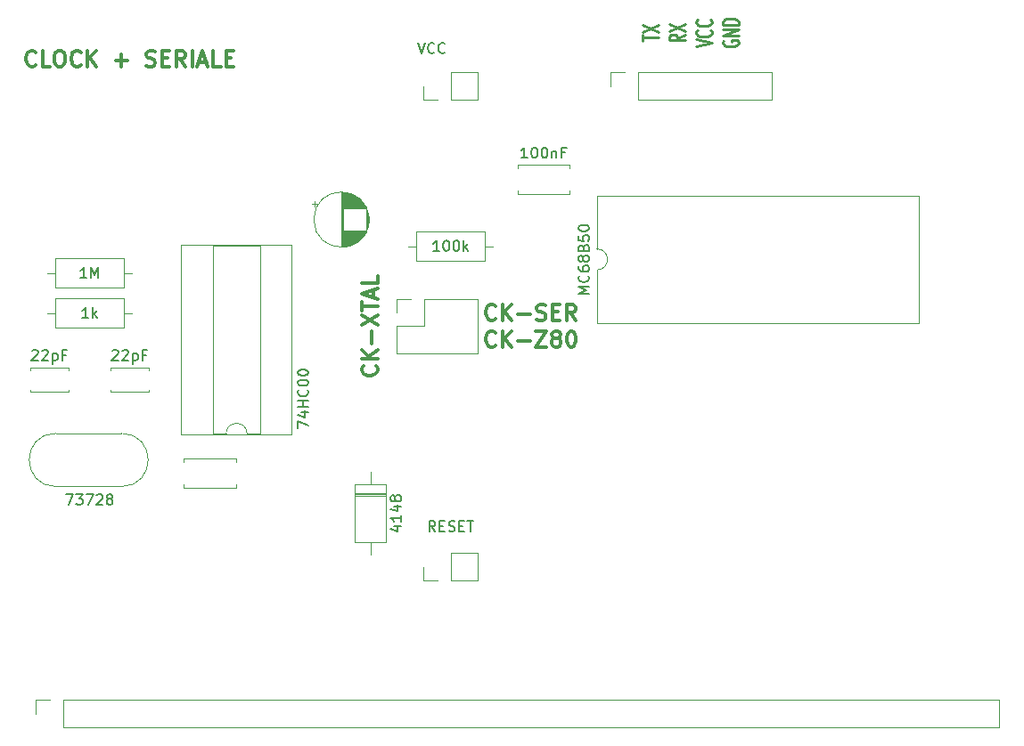
<source format=gbr>
%TF.GenerationSoftware,KiCad,Pcbnew,6.0.11+dfsg-1*%
%TF.CreationDate,2026-01-02T12:46:01+01:00*%
%TF.ProjectId,6750seriale,36373530-7365-4726-9961-6c652e6b6963,rev?*%
%TF.SameCoordinates,Original*%
%TF.FileFunction,Legend,Top*%
%TF.FilePolarity,Positive*%
%FSLAX46Y46*%
G04 Gerber Fmt 4.6, Leading zero omitted, Abs format (unit mm)*
G04 Created by KiCad (PCBNEW 6.0.11+dfsg-1) date 2026-01-02 12:46:01*
%MOMM*%
%LPD*%
G01*
G04 APERTURE LIST*
%ADD10C,0.300000*%
%ADD11C,0.250000*%
%ADD12C,0.150000*%
%ADD13C,0.120000*%
G04 APERTURE END LIST*
D10*
X132532857Y-95785714D02*
X132461428Y-95857142D01*
X132247142Y-95928571D01*
X132104285Y-95928571D01*
X131890000Y-95857142D01*
X131747142Y-95714285D01*
X131675714Y-95571428D01*
X131604285Y-95285714D01*
X131604285Y-95071428D01*
X131675714Y-94785714D01*
X131747142Y-94642857D01*
X131890000Y-94500000D01*
X132104285Y-94428571D01*
X132247142Y-94428571D01*
X132461428Y-94500000D01*
X132532857Y-94571428D01*
X133175714Y-95928571D02*
X133175714Y-94428571D01*
X134032857Y-95928571D02*
X133390000Y-95071428D01*
X134032857Y-94428571D02*
X133175714Y-95285714D01*
X134675714Y-95357142D02*
X135818571Y-95357142D01*
X136390000Y-94428571D02*
X137390000Y-94428571D01*
X136390000Y-95928571D01*
X137390000Y-95928571D01*
X138175714Y-95071428D02*
X138032857Y-95000000D01*
X137961428Y-94928571D01*
X137890000Y-94785714D01*
X137890000Y-94714285D01*
X137961428Y-94571428D01*
X138032857Y-94500000D01*
X138175714Y-94428571D01*
X138461428Y-94428571D01*
X138604285Y-94500000D01*
X138675714Y-94571428D01*
X138747142Y-94714285D01*
X138747142Y-94785714D01*
X138675714Y-94928571D01*
X138604285Y-95000000D01*
X138461428Y-95071428D01*
X138175714Y-95071428D01*
X138032857Y-95142857D01*
X137961428Y-95214285D01*
X137890000Y-95357142D01*
X137890000Y-95642857D01*
X137961428Y-95785714D01*
X138032857Y-95857142D01*
X138175714Y-95928571D01*
X138461428Y-95928571D01*
X138604285Y-95857142D01*
X138675714Y-95785714D01*
X138747142Y-95642857D01*
X138747142Y-95357142D01*
X138675714Y-95214285D01*
X138604285Y-95142857D01*
X138461428Y-95071428D01*
X139675714Y-94428571D02*
X139818571Y-94428571D01*
X139961428Y-94500000D01*
X140032857Y-94571428D01*
X140104285Y-94714285D01*
X140175714Y-95000000D01*
X140175714Y-95357142D01*
X140104285Y-95642857D01*
X140032857Y-95785714D01*
X139961428Y-95857142D01*
X139818571Y-95928571D01*
X139675714Y-95928571D01*
X139532857Y-95857142D01*
X139461428Y-95785714D01*
X139390000Y-95642857D01*
X139318571Y-95357142D01*
X139318571Y-95000000D01*
X139390000Y-94714285D01*
X139461428Y-94571428D01*
X139532857Y-94500000D01*
X139675714Y-94428571D01*
D11*
X151578571Y-67373333D02*
X153078571Y-67040000D01*
X151578571Y-66706666D01*
X152935714Y-65801904D02*
X153007142Y-65849523D01*
X153078571Y-65992380D01*
X153078571Y-66087619D01*
X153007142Y-66230476D01*
X152864285Y-66325714D01*
X152721428Y-66373333D01*
X152435714Y-66420952D01*
X152221428Y-66420952D01*
X151935714Y-66373333D01*
X151792857Y-66325714D01*
X151650000Y-66230476D01*
X151578571Y-66087619D01*
X151578571Y-65992380D01*
X151650000Y-65849523D01*
X151721428Y-65801904D01*
X152935714Y-64801904D02*
X153007142Y-64849523D01*
X153078571Y-64992380D01*
X153078571Y-65087619D01*
X153007142Y-65230476D01*
X152864285Y-65325714D01*
X152721428Y-65373333D01*
X152435714Y-65420952D01*
X152221428Y-65420952D01*
X151935714Y-65373333D01*
X151792857Y-65325714D01*
X151650000Y-65230476D01*
X151578571Y-65087619D01*
X151578571Y-64992380D01*
X151650000Y-64849523D01*
X151721428Y-64801904D01*
D10*
X132532857Y-93245714D02*
X132461428Y-93317142D01*
X132247142Y-93388571D01*
X132104285Y-93388571D01*
X131890000Y-93317142D01*
X131747142Y-93174285D01*
X131675714Y-93031428D01*
X131604285Y-92745714D01*
X131604285Y-92531428D01*
X131675714Y-92245714D01*
X131747142Y-92102857D01*
X131890000Y-91960000D01*
X132104285Y-91888571D01*
X132247142Y-91888571D01*
X132461428Y-91960000D01*
X132532857Y-92031428D01*
X133175714Y-93388571D02*
X133175714Y-91888571D01*
X134032857Y-93388571D02*
X133390000Y-92531428D01*
X134032857Y-91888571D02*
X133175714Y-92745714D01*
X134675714Y-92817142D02*
X135818571Y-92817142D01*
X136461428Y-93317142D02*
X136675714Y-93388571D01*
X137032857Y-93388571D01*
X137175714Y-93317142D01*
X137247142Y-93245714D01*
X137318571Y-93102857D01*
X137318571Y-92960000D01*
X137247142Y-92817142D01*
X137175714Y-92745714D01*
X137032857Y-92674285D01*
X136747142Y-92602857D01*
X136604285Y-92531428D01*
X136532857Y-92460000D01*
X136461428Y-92317142D01*
X136461428Y-92174285D01*
X136532857Y-92031428D01*
X136604285Y-91960000D01*
X136747142Y-91888571D01*
X137104285Y-91888571D01*
X137318571Y-91960000D01*
X137961428Y-92602857D02*
X138461428Y-92602857D01*
X138675714Y-93388571D02*
X137961428Y-93388571D01*
X137961428Y-91888571D01*
X138675714Y-91888571D01*
X140175714Y-93388571D02*
X139675714Y-92674285D01*
X139318571Y-93388571D02*
X139318571Y-91888571D01*
X139890000Y-91888571D01*
X140032857Y-91960000D01*
X140104285Y-92031428D01*
X140175714Y-92174285D01*
X140175714Y-92388571D01*
X140104285Y-92531428D01*
X140032857Y-92602857D01*
X139890000Y-92674285D01*
X139318571Y-92674285D01*
D11*
X154190000Y-66801904D02*
X154118571Y-66897142D01*
X154118571Y-67040000D01*
X154190000Y-67182857D01*
X154332857Y-67278095D01*
X154475714Y-67325714D01*
X154761428Y-67373333D01*
X154975714Y-67373333D01*
X155261428Y-67325714D01*
X155404285Y-67278095D01*
X155547142Y-67182857D01*
X155618571Y-67040000D01*
X155618571Y-66944761D01*
X155547142Y-66801904D01*
X155475714Y-66754285D01*
X154975714Y-66754285D01*
X154975714Y-66944761D01*
X155618571Y-66325714D02*
X154118571Y-66325714D01*
X155618571Y-65754285D01*
X154118571Y-65754285D01*
X155618571Y-65278095D02*
X154118571Y-65278095D01*
X154118571Y-65040000D01*
X154190000Y-64897142D01*
X154332857Y-64801904D01*
X154475714Y-64754285D01*
X154761428Y-64706666D01*
X154975714Y-64706666D01*
X155261428Y-64754285D01*
X155404285Y-64801904D01*
X155547142Y-64897142D01*
X155618571Y-65040000D01*
X155618571Y-65278095D01*
D10*
X88861428Y-69115714D02*
X88790000Y-69187142D01*
X88575714Y-69258571D01*
X88432857Y-69258571D01*
X88218571Y-69187142D01*
X88075714Y-69044285D01*
X88004285Y-68901428D01*
X87932857Y-68615714D01*
X87932857Y-68401428D01*
X88004285Y-68115714D01*
X88075714Y-67972857D01*
X88218571Y-67830000D01*
X88432857Y-67758571D01*
X88575714Y-67758571D01*
X88790000Y-67830000D01*
X88861428Y-67901428D01*
X90218571Y-69258571D02*
X89504285Y-69258571D01*
X89504285Y-67758571D01*
X91004285Y-67758571D02*
X91290000Y-67758571D01*
X91432857Y-67830000D01*
X91575714Y-67972857D01*
X91647142Y-68258571D01*
X91647142Y-68758571D01*
X91575714Y-69044285D01*
X91432857Y-69187142D01*
X91290000Y-69258571D01*
X91004285Y-69258571D01*
X90861428Y-69187142D01*
X90718571Y-69044285D01*
X90647142Y-68758571D01*
X90647142Y-68258571D01*
X90718571Y-67972857D01*
X90861428Y-67830000D01*
X91004285Y-67758571D01*
X93147142Y-69115714D02*
X93075714Y-69187142D01*
X92861428Y-69258571D01*
X92718571Y-69258571D01*
X92504285Y-69187142D01*
X92361428Y-69044285D01*
X92290000Y-68901428D01*
X92218571Y-68615714D01*
X92218571Y-68401428D01*
X92290000Y-68115714D01*
X92361428Y-67972857D01*
X92504285Y-67830000D01*
X92718571Y-67758571D01*
X92861428Y-67758571D01*
X93075714Y-67830000D01*
X93147142Y-67901428D01*
X93790000Y-69258571D02*
X93790000Y-67758571D01*
X94647142Y-69258571D02*
X94004285Y-68401428D01*
X94647142Y-67758571D02*
X93790000Y-68615714D01*
X96432857Y-68687142D02*
X97575714Y-68687142D01*
X97004285Y-69258571D02*
X97004285Y-68115714D01*
X99361428Y-69187142D02*
X99575714Y-69258571D01*
X99932857Y-69258571D01*
X100075714Y-69187142D01*
X100147142Y-69115714D01*
X100218571Y-68972857D01*
X100218571Y-68830000D01*
X100147142Y-68687142D01*
X100075714Y-68615714D01*
X99932857Y-68544285D01*
X99647142Y-68472857D01*
X99504285Y-68401428D01*
X99432857Y-68330000D01*
X99361428Y-68187142D01*
X99361428Y-68044285D01*
X99432857Y-67901428D01*
X99504285Y-67830000D01*
X99647142Y-67758571D01*
X100004285Y-67758571D01*
X100218571Y-67830000D01*
X100861428Y-68472857D02*
X101361428Y-68472857D01*
X101575714Y-69258571D02*
X100861428Y-69258571D01*
X100861428Y-67758571D01*
X101575714Y-67758571D01*
X103075714Y-69258571D02*
X102575714Y-68544285D01*
X102218571Y-69258571D02*
X102218571Y-67758571D01*
X102790000Y-67758571D01*
X102932857Y-67830000D01*
X103004285Y-67901428D01*
X103075714Y-68044285D01*
X103075714Y-68258571D01*
X103004285Y-68401428D01*
X102932857Y-68472857D01*
X102790000Y-68544285D01*
X102218571Y-68544285D01*
X103718571Y-69258571D02*
X103718571Y-67758571D01*
X104361428Y-68830000D02*
X105075714Y-68830000D01*
X104218571Y-69258571D02*
X104718571Y-67758571D01*
X105218571Y-69258571D01*
X106432857Y-69258571D02*
X105718571Y-69258571D01*
X105718571Y-67758571D01*
X106932857Y-68472857D02*
X107432857Y-68472857D01*
X107647142Y-69258571D02*
X106932857Y-69258571D01*
X106932857Y-67758571D01*
X107647142Y-67758571D01*
X121185714Y-97730000D02*
X121257142Y-97801428D01*
X121328571Y-98015714D01*
X121328571Y-98158571D01*
X121257142Y-98372857D01*
X121114285Y-98515714D01*
X120971428Y-98587142D01*
X120685714Y-98658571D01*
X120471428Y-98658571D01*
X120185714Y-98587142D01*
X120042857Y-98515714D01*
X119900000Y-98372857D01*
X119828571Y-98158571D01*
X119828571Y-98015714D01*
X119900000Y-97801428D01*
X119971428Y-97730000D01*
X121328571Y-97087142D02*
X119828571Y-97087142D01*
X121328571Y-96230000D02*
X120471428Y-96872857D01*
X119828571Y-96230000D02*
X120685714Y-97087142D01*
X120757142Y-95587142D02*
X120757142Y-94444285D01*
X119828571Y-93872857D02*
X121328571Y-92872857D01*
X119828571Y-92872857D02*
X121328571Y-93872857D01*
X119828571Y-92515714D02*
X119828571Y-91658571D01*
X121328571Y-92087142D02*
X119828571Y-92087142D01*
X120900000Y-91230000D02*
X120900000Y-90515714D01*
X121328571Y-91372857D02*
X119828571Y-90872857D01*
X121328571Y-90372857D01*
X121328571Y-89158571D02*
X121328571Y-89872857D01*
X119828571Y-89872857D01*
D11*
X150538571Y-66206666D02*
X149824285Y-66540000D01*
X150538571Y-66778095D02*
X149038571Y-66778095D01*
X149038571Y-66397142D01*
X149110000Y-66301904D01*
X149181428Y-66254285D01*
X149324285Y-66206666D01*
X149538571Y-66206666D01*
X149681428Y-66254285D01*
X149752857Y-66301904D01*
X149824285Y-66397142D01*
X149824285Y-66778095D01*
X149038571Y-65873333D02*
X150538571Y-65206666D01*
X149038571Y-65206666D02*
X150538571Y-65873333D01*
X146498571Y-66801904D02*
X146498571Y-66230476D01*
X147998571Y-66516190D02*
X146498571Y-66516190D01*
X146498571Y-65992380D02*
X147998571Y-65325714D01*
X146498571Y-65325714D02*
X147998571Y-65992380D01*
D12*
%TO.C,RESET*%
X126817619Y-113482380D02*
X126484285Y-113006190D01*
X126246190Y-113482380D02*
X126246190Y-112482380D01*
X126627142Y-112482380D01*
X126722380Y-112530000D01*
X126770000Y-112577619D01*
X126817619Y-112672857D01*
X126817619Y-112815714D01*
X126770000Y-112910952D01*
X126722380Y-112958571D01*
X126627142Y-113006190D01*
X126246190Y-113006190D01*
X127246190Y-112958571D02*
X127579523Y-112958571D01*
X127722380Y-113482380D02*
X127246190Y-113482380D01*
X127246190Y-112482380D01*
X127722380Y-112482380D01*
X128103333Y-113434761D02*
X128246190Y-113482380D01*
X128484285Y-113482380D01*
X128579523Y-113434761D01*
X128627142Y-113387142D01*
X128674761Y-113291904D01*
X128674761Y-113196666D01*
X128627142Y-113101428D01*
X128579523Y-113053809D01*
X128484285Y-113006190D01*
X128293809Y-112958571D01*
X128198571Y-112910952D01*
X128150952Y-112863333D01*
X128103333Y-112768095D01*
X128103333Y-112672857D01*
X128150952Y-112577619D01*
X128198571Y-112530000D01*
X128293809Y-112482380D01*
X128531904Y-112482380D01*
X128674761Y-112530000D01*
X129103333Y-112958571D02*
X129436666Y-112958571D01*
X129579523Y-113482380D02*
X129103333Y-113482380D01*
X129103333Y-112482380D01*
X129579523Y-112482380D01*
X129865238Y-112482380D02*
X130436666Y-112482380D01*
X130150952Y-113482380D02*
X130150952Y-112482380D01*
%TO.C,VCC*%
X125158666Y-67016380D02*
X125492000Y-68016380D01*
X125825333Y-67016380D01*
X126730095Y-67921142D02*
X126682476Y-67968761D01*
X126539619Y-68016380D01*
X126444380Y-68016380D01*
X126301523Y-67968761D01*
X126206285Y-67873523D01*
X126158666Y-67778285D01*
X126111047Y-67587809D01*
X126111047Y-67444952D01*
X126158666Y-67254476D01*
X126206285Y-67159238D01*
X126301523Y-67064000D01*
X126444380Y-67016380D01*
X126539619Y-67016380D01*
X126682476Y-67064000D01*
X126730095Y-67111619D01*
X127730095Y-67921142D02*
X127682476Y-67968761D01*
X127539619Y-68016380D01*
X127444380Y-68016380D01*
X127301523Y-67968761D01*
X127206285Y-67873523D01*
X127158666Y-67778285D01*
X127111047Y-67587809D01*
X127111047Y-67444952D01*
X127158666Y-67254476D01*
X127206285Y-67159238D01*
X127301523Y-67064000D01*
X127444380Y-67016380D01*
X127539619Y-67016380D01*
X127682476Y-67064000D01*
X127730095Y-67111619D01*
%TO.C,4148*%
X122905714Y-112998095D02*
X123572380Y-112998095D01*
X122524761Y-113236190D02*
X123239047Y-113474285D01*
X123239047Y-112855238D01*
X123572380Y-111950476D02*
X123572380Y-112521904D01*
X123572380Y-112236190D02*
X122572380Y-112236190D01*
X122715238Y-112331428D01*
X122810476Y-112426666D01*
X122858095Y-112521904D01*
X122905714Y-111093333D02*
X123572380Y-111093333D01*
X122524761Y-111331428D02*
X123239047Y-111569523D01*
X123239047Y-110950476D01*
X123000952Y-110426666D02*
X122953333Y-110521904D01*
X122905714Y-110569523D01*
X122810476Y-110617142D01*
X122762857Y-110617142D01*
X122667619Y-110569523D01*
X122620000Y-110521904D01*
X122572380Y-110426666D01*
X122572380Y-110236190D01*
X122620000Y-110140952D01*
X122667619Y-110093333D01*
X122762857Y-110045714D01*
X122810476Y-110045714D01*
X122905714Y-110093333D01*
X122953333Y-110140952D01*
X123000952Y-110236190D01*
X123000952Y-110426666D01*
X123048571Y-110521904D01*
X123096190Y-110569523D01*
X123191428Y-110617142D01*
X123381904Y-110617142D01*
X123477142Y-110569523D01*
X123524761Y-110521904D01*
X123572380Y-110426666D01*
X123572380Y-110236190D01*
X123524761Y-110140952D01*
X123477142Y-110093333D01*
X123381904Y-110045714D01*
X123191428Y-110045714D01*
X123096190Y-110093333D01*
X123048571Y-110140952D01*
X123000952Y-110236190D01*
%TO.C,1k*%
X93860952Y-93162380D02*
X93289523Y-93162380D01*
X93575238Y-93162380D02*
X93575238Y-92162380D01*
X93480000Y-92305238D01*
X93384761Y-92400476D01*
X93289523Y-92448095D01*
X94289523Y-93162380D02*
X94289523Y-92162380D01*
X94384761Y-92781428D02*
X94670476Y-93162380D01*
X94670476Y-92495714D02*
X94289523Y-92876666D01*
%TO.C,22pF*%
X88507142Y-96307619D02*
X88554761Y-96260000D01*
X88650000Y-96212380D01*
X88888095Y-96212380D01*
X88983333Y-96260000D01*
X89030952Y-96307619D01*
X89078571Y-96402857D01*
X89078571Y-96498095D01*
X89030952Y-96640952D01*
X88459523Y-97212380D01*
X89078571Y-97212380D01*
X89459523Y-96307619D02*
X89507142Y-96260000D01*
X89602380Y-96212380D01*
X89840476Y-96212380D01*
X89935714Y-96260000D01*
X89983333Y-96307619D01*
X90030952Y-96402857D01*
X90030952Y-96498095D01*
X89983333Y-96640952D01*
X89411904Y-97212380D01*
X90030952Y-97212380D01*
X90459523Y-96545714D02*
X90459523Y-97545714D01*
X90459523Y-96593333D02*
X90554761Y-96545714D01*
X90745238Y-96545714D01*
X90840476Y-96593333D01*
X90888095Y-96640952D01*
X90935714Y-96736190D01*
X90935714Y-97021904D01*
X90888095Y-97117142D01*
X90840476Y-97164761D01*
X90745238Y-97212380D01*
X90554761Y-97212380D01*
X90459523Y-97164761D01*
X91697619Y-96688571D02*
X91364285Y-96688571D01*
X91364285Y-97212380D02*
X91364285Y-96212380D01*
X91840476Y-96212380D01*
%TO.C,100nF*%
X135572380Y-77962380D02*
X135000952Y-77962380D01*
X135286666Y-77962380D02*
X135286666Y-76962380D01*
X135191428Y-77105238D01*
X135096190Y-77200476D01*
X135000952Y-77248095D01*
X136191428Y-76962380D02*
X136286666Y-76962380D01*
X136381904Y-77010000D01*
X136429523Y-77057619D01*
X136477142Y-77152857D01*
X136524761Y-77343333D01*
X136524761Y-77581428D01*
X136477142Y-77771904D01*
X136429523Y-77867142D01*
X136381904Y-77914761D01*
X136286666Y-77962380D01*
X136191428Y-77962380D01*
X136096190Y-77914761D01*
X136048571Y-77867142D01*
X136000952Y-77771904D01*
X135953333Y-77581428D01*
X135953333Y-77343333D01*
X136000952Y-77152857D01*
X136048571Y-77057619D01*
X136096190Y-77010000D01*
X136191428Y-76962380D01*
X137143809Y-76962380D02*
X137239047Y-76962380D01*
X137334285Y-77010000D01*
X137381904Y-77057619D01*
X137429523Y-77152857D01*
X137477142Y-77343333D01*
X137477142Y-77581428D01*
X137429523Y-77771904D01*
X137381904Y-77867142D01*
X137334285Y-77914761D01*
X137239047Y-77962380D01*
X137143809Y-77962380D01*
X137048571Y-77914761D01*
X137000952Y-77867142D01*
X136953333Y-77771904D01*
X136905714Y-77581428D01*
X136905714Y-77343333D01*
X136953333Y-77152857D01*
X137000952Y-77057619D01*
X137048571Y-77010000D01*
X137143809Y-76962380D01*
X137905714Y-77295714D02*
X137905714Y-77962380D01*
X137905714Y-77390952D02*
X137953333Y-77343333D01*
X138048571Y-77295714D01*
X138191428Y-77295714D01*
X138286666Y-77343333D01*
X138334285Y-77438571D01*
X138334285Y-77962380D01*
X139143809Y-77438571D02*
X138810476Y-77438571D01*
X138810476Y-77962380D02*
X138810476Y-76962380D01*
X139286666Y-76962380D01*
%TO.C,100k*%
X127198571Y-86812380D02*
X126627142Y-86812380D01*
X126912857Y-86812380D02*
X126912857Y-85812380D01*
X126817619Y-85955238D01*
X126722380Y-86050476D01*
X126627142Y-86098095D01*
X127817619Y-85812380D02*
X127912857Y-85812380D01*
X128008095Y-85860000D01*
X128055714Y-85907619D01*
X128103333Y-86002857D01*
X128150952Y-86193333D01*
X128150952Y-86431428D01*
X128103333Y-86621904D01*
X128055714Y-86717142D01*
X128008095Y-86764761D01*
X127912857Y-86812380D01*
X127817619Y-86812380D01*
X127722380Y-86764761D01*
X127674761Y-86717142D01*
X127627142Y-86621904D01*
X127579523Y-86431428D01*
X127579523Y-86193333D01*
X127627142Y-86002857D01*
X127674761Y-85907619D01*
X127722380Y-85860000D01*
X127817619Y-85812380D01*
X128770000Y-85812380D02*
X128865238Y-85812380D01*
X128960476Y-85860000D01*
X129008095Y-85907619D01*
X129055714Y-86002857D01*
X129103333Y-86193333D01*
X129103333Y-86431428D01*
X129055714Y-86621904D01*
X129008095Y-86717142D01*
X128960476Y-86764761D01*
X128865238Y-86812380D01*
X128770000Y-86812380D01*
X128674761Y-86764761D01*
X128627142Y-86717142D01*
X128579523Y-86621904D01*
X128531904Y-86431428D01*
X128531904Y-86193333D01*
X128579523Y-86002857D01*
X128627142Y-85907619D01*
X128674761Y-85860000D01*
X128770000Y-85812380D01*
X129531904Y-86812380D02*
X129531904Y-85812380D01*
X129627142Y-86431428D02*
X129912857Y-86812380D01*
X129912857Y-86145714D02*
X129531904Y-86526666D01*
%TO.C,73728*%
X91741904Y-109942380D02*
X92408571Y-109942380D01*
X91980000Y-110942380D01*
X92694285Y-109942380D02*
X93313333Y-109942380D01*
X92980000Y-110323333D01*
X93122857Y-110323333D01*
X93218095Y-110370952D01*
X93265714Y-110418571D01*
X93313333Y-110513809D01*
X93313333Y-110751904D01*
X93265714Y-110847142D01*
X93218095Y-110894761D01*
X93122857Y-110942380D01*
X92837142Y-110942380D01*
X92741904Y-110894761D01*
X92694285Y-110847142D01*
X93646666Y-109942380D02*
X94313333Y-109942380D01*
X93884761Y-110942380D01*
X94646666Y-110037619D02*
X94694285Y-109990000D01*
X94789523Y-109942380D01*
X95027619Y-109942380D01*
X95122857Y-109990000D01*
X95170476Y-110037619D01*
X95218095Y-110132857D01*
X95218095Y-110228095D01*
X95170476Y-110370952D01*
X94599047Y-110942380D01*
X95218095Y-110942380D01*
X95789523Y-110370952D02*
X95694285Y-110323333D01*
X95646666Y-110275714D01*
X95599047Y-110180476D01*
X95599047Y-110132857D01*
X95646666Y-110037619D01*
X95694285Y-109990000D01*
X95789523Y-109942380D01*
X95980000Y-109942380D01*
X96075238Y-109990000D01*
X96122857Y-110037619D01*
X96170476Y-110132857D01*
X96170476Y-110180476D01*
X96122857Y-110275714D01*
X96075238Y-110323333D01*
X95980000Y-110370952D01*
X95789523Y-110370952D01*
X95694285Y-110418571D01*
X95646666Y-110466190D01*
X95599047Y-110561428D01*
X95599047Y-110751904D01*
X95646666Y-110847142D01*
X95694285Y-110894761D01*
X95789523Y-110942380D01*
X95980000Y-110942380D01*
X96075238Y-110894761D01*
X96122857Y-110847142D01*
X96170476Y-110751904D01*
X96170476Y-110561428D01*
X96122857Y-110466190D01*
X96075238Y-110418571D01*
X95980000Y-110370952D01*
%TO.C,MC68B50*%
X141422380Y-90868095D02*
X140422380Y-90868095D01*
X141136666Y-90534761D01*
X140422380Y-90201428D01*
X141422380Y-90201428D01*
X141327142Y-89153809D02*
X141374761Y-89201428D01*
X141422380Y-89344285D01*
X141422380Y-89439523D01*
X141374761Y-89582380D01*
X141279523Y-89677619D01*
X141184285Y-89725238D01*
X140993809Y-89772857D01*
X140850952Y-89772857D01*
X140660476Y-89725238D01*
X140565238Y-89677619D01*
X140470000Y-89582380D01*
X140422380Y-89439523D01*
X140422380Y-89344285D01*
X140470000Y-89201428D01*
X140517619Y-89153809D01*
X140422380Y-88296666D02*
X140422380Y-88487142D01*
X140470000Y-88582380D01*
X140517619Y-88630000D01*
X140660476Y-88725238D01*
X140850952Y-88772857D01*
X141231904Y-88772857D01*
X141327142Y-88725238D01*
X141374761Y-88677619D01*
X141422380Y-88582380D01*
X141422380Y-88391904D01*
X141374761Y-88296666D01*
X141327142Y-88249047D01*
X141231904Y-88201428D01*
X140993809Y-88201428D01*
X140898571Y-88249047D01*
X140850952Y-88296666D01*
X140803333Y-88391904D01*
X140803333Y-88582380D01*
X140850952Y-88677619D01*
X140898571Y-88725238D01*
X140993809Y-88772857D01*
X140850952Y-87630000D02*
X140803333Y-87725238D01*
X140755714Y-87772857D01*
X140660476Y-87820476D01*
X140612857Y-87820476D01*
X140517619Y-87772857D01*
X140470000Y-87725238D01*
X140422380Y-87630000D01*
X140422380Y-87439523D01*
X140470000Y-87344285D01*
X140517619Y-87296666D01*
X140612857Y-87249047D01*
X140660476Y-87249047D01*
X140755714Y-87296666D01*
X140803333Y-87344285D01*
X140850952Y-87439523D01*
X140850952Y-87630000D01*
X140898571Y-87725238D01*
X140946190Y-87772857D01*
X141041428Y-87820476D01*
X141231904Y-87820476D01*
X141327142Y-87772857D01*
X141374761Y-87725238D01*
X141422380Y-87630000D01*
X141422380Y-87439523D01*
X141374761Y-87344285D01*
X141327142Y-87296666D01*
X141231904Y-87249047D01*
X141041428Y-87249047D01*
X140946190Y-87296666D01*
X140898571Y-87344285D01*
X140850952Y-87439523D01*
X140898571Y-86487142D02*
X140946190Y-86344285D01*
X140993809Y-86296666D01*
X141089047Y-86249047D01*
X141231904Y-86249047D01*
X141327142Y-86296666D01*
X141374761Y-86344285D01*
X141422380Y-86439523D01*
X141422380Y-86820476D01*
X140422380Y-86820476D01*
X140422380Y-86487142D01*
X140470000Y-86391904D01*
X140517619Y-86344285D01*
X140612857Y-86296666D01*
X140708095Y-86296666D01*
X140803333Y-86344285D01*
X140850952Y-86391904D01*
X140898571Y-86487142D01*
X140898571Y-86820476D01*
X140422380Y-85344285D02*
X140422380Y-85820476D01*
X140898571Y-85868095D01*
X140850952Y-85820476D01*
X140803333Y-85725238D01*
X140803333Y-85487142D01*
X140850952Y-85391904D01*
X140898571Y-85344285D01*
X140993809Y-85296666D01*
X141231904Y-85296666D01*
X141327142Y-85344285D01*
X141374761Y-85391904D01*
X141422380Y-85487142D01*
X141422380Y-85725238D01*
X141374761Y-85820476D01*
X141327142Y-85868095D01*
X140422380Y-84677619D02*
X140422380Y-84582380D01*
X140470000Y-84487142D01*
X140517619Y-84439523D01*
X140612857Y-84391904D01*
X140803333Y-84344285D01*
X141041428Y-84344285D01*
X141231904Y-84391904D01*
X141327142Y-84439523D01*
X141374761Y-84487142D01*
X141422380Y-84582380D01*
X141422380Y-84677619D01*
X141374761Y-84772857D01*
X141327142Y-84820476D01*
X141231904Y-84868095D01*
X141041428Y-84915714D01*
X140803333Y-84915714D01*
X140612857Y-84868095D01*
X140517619Y-84820476D01*
X140470000Y-84772857D01*
X140422380Y-84677619D01*
%TO.C,22pF*%
X96127142Y-96307619D02*
X96174761Y-96260000D01*
X96270000Y-96212380D01*
X96508095Y-96212380D01*
X96603333Y-96260000D01*
X96650952Y-96307619D01*
X96698571Y-96402857D01*
X96698571Y-96498095D01*
X96650952Y-96640952D01*
X96079523Y-97212380D01*
X96698571Y-97212380D01*
X97079523Y-96307619D02*
X97127142Y-96260000D01*
X97222380Y-96212380D01*
X97460476Y-96212380D01*
X97555714Y-96260000D01*
X97603333Y-96307619D01*
X97650952Y-96402857D01*
X97650952Y-96498095D01*
X97603333Y-96640952D01*
X97031904Y-97212380D01*
X97650952Y-97212380D01*
X98079523Y-96545714D02*
X98079523Y-97545714D01*
X98079523Y-96593333D02*
X98174761Y-96545714D01*
X98365238Y-96545714D01*
X98460476Y-96593333D01*
X98508095Y-96640952D01*
X98555714Y-96736190D01*
X98555714Y-97021904D01*
X98508095Y-97117142D01*
X98460476Y-97164761D01*
X98365238Y-97212380D01*
X98174761Y-97212380D01*
X98079523Y-97164761D01*
X99317619Y-96688571D02*
X98984285Y-96688571D01*
X98984285Y-97212380D02*
X98984285Y-96212380D01*
X99460476Y-96212380D01*
%TO.C,74HC00*%
X113752380Y-103623714D02*
X113752380Y-102957047D01*
X114752380Y-103385619D01*
X114085714Y-102147523D02*
X114752380Y-102147523D01*
X113704761Y-102385619D02*
X114419047Y-102623714D01*
X114419047Y-102004666D01*
X114752380Y-101623714D02*
X113752380Y-101623714D01*
X114228571Y-101623714D02*
X114228571Y-101052285D01*
X114752380Y-101052285D02*
X113752380Y-101052285D01*
X114657142Y-100004666D02*
X114704761Y-100052285D01*
X114752380Y-100195142D01*
X114752380Y-100290380D01*
X114704761Y-100433238D01*
X114609523Y-100528476D01*
X114514285Y-100576095D01*
X114323809Y-100623714D01*
X114180952Y-100623714D01*
X113990476Y-100576095D01*
X113895238Y-100528476D01*
X113800000Y-100433238D01*
X113752380Y-100290380D01*
X113752380Y-100195142D01*
X113800000Y-100052285D01*
X113847619Y-100004666D01*
X113752380Y-99385619D02*
X113752380Y-99290380D01*
X113800000Y-99195142D01*
X113847619Y-99147523D01*
X113942857Y-99099904D01*
X114133333Y-99052285D01*
X114371428Y-99052285D01*
X114561904Y-99099904D01*
X114657142Y-99147523D01*
X114704761Y-99195142D01*
X114752380Y-99290380D01*
X114752380Y-99385619D01*
X114704761Y-99480857D01*
X114657142Y-99528476D01*
X114561904Y-99576095D01*
X114371428Y-99623714D01*
X114133333Y-99623714D01*
X113942857Y-99576095D01*
X113847619Y-99528476D01*
X113800000Y-99480857D01*
X113752380Y-99385619D01*
X113752380Y-98433238D02*
X113752380Y-98338000D01*
X113800000Y-98242761D01*
X113847619Y-98195142D01*
X113942857Y-98147523D01*
X114133333Y-98099904D01*
X114371428Y-98099904D01*
X114561904Y-98147523D01*
X114657142Y-98195142D01*
X114704761Y-98242761D01*
X114752380Y-98338000D01*
X114752380Y-98433238D01*
X114704761Y-98528476D01*
X114657142Y-98576095D01*
X114561904Y-98623714D01*
X114371428Y-98671333D01*
X114133333Y-98671333D01*
X113942857Y-98623714D01*
X113847619Y-98576095D01*
X113800000Y-98528476D01*
X113752380Y-98433238D01*
%TO.C,1M*%
X93694285Y-89352380D02*
X93122857Y-89352380D01*
X93408571Y-89352380D02*
X93408571Y-88352380D01*
X93313333Y-88495238D01*
X93218095Y-88590476D01*
X93122857Y-88638095D01*
X94122857Y-89352380D02*
X94122857Y-88352380D01*
X94456190Y-89066666D01*
X94789523Y-88352380D01*
X94789523Y-89352380D01*
D13*
%TO.C,RESET*%
X130870000Y-118170000D02*
X130870000Y-115510000D01*
X125670000Y-118170000D02*
X125670000Y-116840000D01*
X128270000Y-115510000D02*
X130870000Y-115510000D01*
X128270000Y-118170000D02*
X130870000Y-118170000D01*
X128270000Y-118170000D02*
X128270000Y-115510000D01*
X127000000Y-118170000D02*
X125670000Y-118170000D01*
%TO.C,VCC*%
X130870000Y-72450000D02*
X130870000Y-69790000D01*
X125670000Y-72450000D02*
X125670000Y-71120000D01*
X128270000Y-72450000D02*
X130870000Y-72450000D01*
X127000000Y-72450000D02*
X125670000Y-72450000D01*
X128270000Y-72450000D02*
X128270000Y-69790000D01*
X128270000Y-69790000D02*
X130870000Y-69790000D01*
%TO.C,4148*%
X122120000Y-109940000D02*
X119180000Y-109940000D01*
X120650000Y-107820000D02*
X120650000Y-109040000D01*
X122120000Y-110060000D02*
X119180000Y-110060000D01*
X119180000Y-109040000D02*
X119180000Y-114480000D01*
X119180000Y-114480000D02*
X122120000Y-114480000D01*
X122120000Y-114480000D02*
X122120000Y-109040000D01*
X122120000Y-109820000D02*
X119180000Y-109820000D01*
X122120000Y-109040000D02*
X119180000Y-109040000D01*
X120650000Y-115700000D02*
X120650000Y-114480000D01*
%TO.C,1k*%
X89940000Y-92710000D02*
X90710000Y-92710000D01*
X98020000Y-92710000D02*
X97250000Y-92710000D01*
X90710000Y-91340000D02*
X90710000Y-94080000D01*
X97250000Y-91340000D02*
X90710000Y-91340000D01*
X97250000Y-94080000D02*
X97250000Y-91340000D01*
X90710000Y-94080000D02*
X97250000Y-94080000D01*
%TO.C,22pF*%
X88330000Y-100230000D02*
X91970000Y-100230000D01*
X88330000Y-97890000D02*
X88330000Y-98135000D01*
X88330000Y-99985000D02*
X88330000Y-100230000D01*
X91970000Y-99985000D02*
X91970000Y-100230000D01*
X91970000Y-97890000D02*
X91970000Y-98135000D01*
X88330000Y-97890000D02*
X91970000Y-97890000D01*
%TO.C,REF\u002A\u002A*%
X88840000Y-130810000D02*
X88840000Y-129480000D01*
X91440000Y-129480000D02*
X180400000Y-129480000D01*
X88840000Y-129480000D02*
X90170000Y-129480000D01*
X180400000Y-132140000D02*
X180400000Y-129480000D01*
X91440000Y-132140000D02*
X180400000Y-132140000D01*
X91440000Y-132140000D02*
X91440000Y-129480000D01*
%TO.C,100nF*%
X139590000Y-78640000D02*
X139590000Y-78955000D01*
X134650000Y-78640000D02*
X134650000Y-78955000D01*
X139590000Y-81065000D02*
X139590000Y-81380000D01*
X134650000Y-78640000D02*
X139590000Y-78640000D01*
X134650000Y-81380000D02*
X139590000Y-81380000D01*
X134650000Y-81065000D02*
X134650000Y-81380000D01*
%TO.C,REF\u002A\u002A*%
X102940000Y-109005000D02*
X102940000Y-109320000D01*
X102940000Y-106580000D02*
X107880000Y-106580000D01*
X102940000Y-106580000D02*
X102940000Y-106895000D01*
X102940000Y-109320000D02*
X107880000Y-109320000D01*
X107880000Y-109005000D02*
X107880000Y-109320000D01*
X107880000Y-106580000D02*
X107880000Y-106895000D01*
%TO.C,100k*%
X124230000Y-86360000D02*
X125000000Y-86360000D01*
X131540000Y-87730000D02*
X131540000Y-84990000D01*
X125000000Y-87730000D02*
X131540000Y-87730000D01*
X125000000Y-84990000D02*
X125000000Y-87730000D01*
X132310000Y-86360000D02*
X131540000Y-86360000D01*
X131540000Y-84990000D02*
X125000000Y-84990000D01*
%TO.C,73728*%
X90765000Y-104155000D02*
X97015000Y-104155000D01*
X90765000Y-109205000D02*
X97015000Y-109205000D01*
X90765000Y-104155000D02*
G75*
G03*
X90765000Y-109205000I0J-2525000D01*
G01*
X97015000Y-109205000D02*
G75*
G03*
X97015000Y-104155000I0J2525000D01*
G01*
%TO.C,MC68B50*%
X172775000Y-81550000D02*
X142175000Y-81550000D01*
X142175000Y-81550000D02*
X142175000Y-86610000D01*
X142175000Y-88610000D02*
X142175000Y-93670000D01*
X172775000Y-93670000D02*
X172775000Y-81550000D01*
X142175000Y-93670000D02*
X172775000Y-93670000D01*
X142175000Y-88610000D02*
G75*
G03*
X142175000Y-86610000I0J1000000D01*
G01*
%TO.C,REF\u002A\u002A*%
X146050000Y-72450000D02*
X146050000Y-69790000D01*
X143450000Y-69790000D02*
X144780000Y-69790000D01*
X146050000Y-69790000D02*
X158810000Y-69790000D01*
X158810000Y-72450000D02*
X158810000Y-69790000D01*
X146050000Y-72450000D02*
X158810000Y-72450000D01*
X143450000Y-71120000D02*
X143450000Y-69790000D01*
%TO.C,22pF*%
X95950000Y-97890000D02*
X95950000Y-98135000D01*
X95950000Y-99985000D02*
X95950000Y-100230000D01*
X95950000Y-97890000D02*
X99590000Y-97890000D01*
X99590000Y-99985000D02*
X99590000Y-100230000D01*
X95950000Y-100230000D02*
X99590000Y-100230000D01*
X99590000Y-97890000D02*
X99590000Y-98135000D01*
%TO.C,REF\u002A\u002A*%
X123145000Y-93960000D02*
X125745000Y-93960000D01*
X123145000Y-91360000D02*
X124475000Y-91360000D01*
X123145000Y-96560000D02*
X123145000Y-93960000D01*
X123145000Y-96560000D02*
X130885000Y-96560000D01*
X123145000Y-92690000D02*
X123145000Y-91360000D01*
X125745000Y-93960000D02*
X125745000Y-91360000D01*
X130885000Y-96560000D02*
X130885000Y-91360000D01*
X125745000Y-91360000D02*
X130885000Y-91360000D01*
X118380888Y-81284000D02*
X118380888Y-82780000D01*
X119021888Y-84860000D02*
X119021888Y-86149000D01*
X118180888Y-81255000D02*
X118180888Y-82780000D01*
X119261888Y-81620000D02*
X119261888Y-82780000D01*
X118100888Y-81247000D02*
X118100888Y-86393000D01*
X118260888Y-81264000D02*
X118260888Y-82780000D01*
X118540888Y-84860000D02*
X118540888Y-86321000D01*
X119901888Y-84860000D02*
X119901888Y-85473000D01*
X120101888Y-84860000D02*
X120101888Y-85203000D01*
X118781888Y-81392000D02*
X118781888Y-82780000D01*
X119421888Y-84860000D02*
X119421888Y-85915000D01*
X117900888Y-81240000D02*
X117900888Y-86400000D01*
X120061888Y-84860000D02*
X120061888Y-85263000D01*
X115346113Y-82095000D02*
X115346113Y-82595000D01*
X119981888Y-84860000D02*
X119981888Y-85374000D01*
X120261888Y-82722000D02*
X120261888Y-84918000D01*
X118621888Y-81340000D02*
X118621888Y-82780000D01*
X120221888Y-82642000D02*
X120221888Y-84998000D01*
X118861888Y-81422000D02*
X118861888Y-82780000D01*
X120341888Y-82905000D02*
X120341888Y-84735000D01*
X118460888Y-81300000D02*
X118460888Y-82780000D01*
X118861888Y-84860000D02*
X118861888Y-86218000D01*
X118661888Y-81352000D02*
X118661888Y-82780000D01*
X119821888Y-82077000D02*
X119821888Y-82780000D01*
X118300888Y-84860000D02*
X118300888Y-86370000D01*
X120061888Y-82377000D02*
X120061888Y-82780000D01*
X119741888Y-84860000D02*
X119741888Y-85646000D01*
X118180888Y-84860000D02*
X118180888Y-86385000D01*
X119381888Y-81698000D02*
X119381888Y-82780000D01*
X119541888Y-84860000D02*
X119541888Y-85824000D01*
X118781888Y-84860000D02*
X118781888Y-86248000D01*
X120421888Y-83143000D02*
X120421888Y-84497000D01*
X119141888Y-81552000D02*
X119141888Y-82780000D01*
X118941888Y-81455000D02*
X118941888Y-82780000D01*
X119701888Y-81956000D02*
X119701888Y-82780000D01*
X118020888Y-81242000D02*
X118020888Y-86398000D01*
X119341888Y-84860000D02*
X119341888Y-85969000D01*
X118500888Y-84860000D02*
X118500888Y-86331000D01*
X119021888Y-81491000D02*
X119021888Y-82780000D01*
X119981888Y-82266000D02*
X119981888Y-82780000D01*
X119501888Y-81785000D02*
X119501888Y-82780000D01*
X118540888Y-81319000D02*
X118540888Y-82780000D01*
X119341888Y-81671000D02*
X119341888Y-82780000D01*
X119061888Y-84860000D02*
X119061888Y-86130000D01*
X120021888Y-82320000D02*
X120021888Y-82780000D01*
X119181888Y-84860000D02*
X119181888Y-86067000D01*
X119101888Y-81530000D02*
X119101888Y-82780000D01*
X119661888Y-84860000D02*
X119661888Y-85721000D01*
X119621888Y-84860000D02*
X119621888Y-85757000D01*
X119861888Y-82121000D02*
X119861888Y-82780000D01*
X118460888Y-84860000D02*
X118460888Y-86340000D01*
X118060888Y-81244000D02*
X118060888Y-86396000D01*
X119741888Y-81994000D02*
X119741888Y-82780000D01*
X118580888Y-84860000D02*
X118580888Y-86311000D01*
X119461888Y-84860000D02*
X119461888Y-85885000D01*
X118981888Y-81472000D02*
X118981888Y-82780000D01*
X117940888Y-81240000D02*
X117940888Y-86400000D01*
X118941888Y-84860000D02*
X118941888Y-86185000D01*
X118140888Y-84860000D02*
X118140888Y-86389000D01*
X119381888Y-84860000D02*
X119381888Y-85942000D01*
X118500888Y-81309000D02*
X118500888Y-82780000D01*
X120181888Y-84860000D02*
X120181888Y-85071000D01*
X118741888Y-84860000D02*
X118741888Y-86262000D01*
X119101888Y-84860000D02*
X119101888Y-86110000D01*
X120301888Y-82809000D02*
X120301888Y-84831000D01*
X119781888Y-84860000D02*
X119781888Y-85605000D01*
X119701888Y-84860000D02*
X119701888Y-85684000D01*
X118621888Y-84860000D02*
X118621888Y-86300000D01*
X119301888Y-81645000D02*
X119301888Y-82780000D01*
X119581888Y-84860000D02*
X119581888Y-85791000D01*
X119661888Y-81919000D02*
X119661888Y-82780000D01*
X119621888Y-81883000D02*
X119621888Y-82780000D01*
X118220888Y-84860000D02*
X118220888Y-86381000D01*
X119861888Y-84860000D02*
X119861888Y-85519000D01*
X120101888Y-82437000D02*
X120101888Y-82780000D01*
X118420888Y-84860000D02*
X118420888Y-86348000D01*
X119941888Y-84860000D02*
X119941888Y-85425000D01*
X118741888Y-81378000D02*
X118741888Y-82780000D01*
X115096113Y-82345000D02*
X115596113Y-82345000D01*
X119541888Y-81816000D02*
X119541888Y-82780000D01*
X119421888Y-81725000D02*
X119421888Y-82780000D01*
X119221888Y-84860000D02*
X119221888Y-86044000D01*
X119821888Y-84860000D02*
X119821888Y-85563000D01*
X120181888Y-82569000D02*
X120181888Y-82780000D01*
X120501888Y-83536000D02*
X120501888Y-84104000D01*
X119941888Y-82215000D02*
X119941888Y-82780000D01*
X118701888Y-84860000D02*
X118701888Y-86275000D01*
X118220888Y-81259000D02*
X118220888Y-82780000D01*
X119901888Y-82167000D02*
X119901888Y-82780000D01*
X120381888Y-83015000D02*
X120381888Y-84625000D01*
X118901888Y-81438000D02*
X118901888Y-82780000D01*
X119301888Y-84860000D02*
X119301888Y-85995000D01*
X117980888Y-81241000D02*
X117980888Y-86399000D01*
X119781888Y-82035000D02*
X119781888Y-82780000D01*
X119141888Y-84860000D02*
X119141888Y-86088000D01*
X119461888Y-81755000D02*
X119461888Y-82780000D01*
X118580888Y-81329000D02*
X118580888Y-82780000D01*
X118661888Y-84860000D02*
X118661888Y-86288000D01*
X119581888Y-81849000D02*
X119581888Y-82780000D01*
X120141888Y-84860000D02*
X120141888Y-85139000D01*
X120021888Y-84860000D02*
X120021888Y-85320000D01*
X118420888Y-81292000D02*
X118420888Y-82780000D01*
X118901888Y-84860000D02*
X118901888Y-86202000D01*
X120141888Y-82501000D02*
X120141888Y-82780000D01*
X118340888Y-81277000D02*
X118340888Y-82780000D01*
X118380888Y-84860000D02*
X118380888Y-86356000D01*
X119501888Y-84860000D02*
X119501888Y-85855000D01*
X118340888Y-84860000D02*
X118340888Y-86363000D01*
X118821888Y-81406000D02*
X118821888Y-82780000D01*
X118140888Y-81251000D02*
X118140888Y-82780000D01*
X120461888Y-83302000D02*
X120461888Y-84338000D01*
X119061888Y-81510000D02*
X119061888Y-82780000D01*
X119181888Y-81573000D02*
X119181888Y-82780000D01*
X118981888Y-84860000D02*
X118981888Y-86168000D01*
X118300888Y-81270000D02*
X118300888Y-82780000D01*
X118260888Y-84860000D02*
X118260888Y-86376000D01*
X119221888Y-81596000D02*
X119221888Y-82780000D01*
X118701888Y-81365000D02*
X118701888Y-82780000D01*
X119261888Y-84860000D02*
X119261888Y-86020000D01*
X118821888Y-84860000D02*
X118821888Y-86234000D01*
X120520888Y-83820000D02*
G75*
G03*
X120520888Y-83820000I-2620000J0D01*
G01*
%TO.C,74HC00*%
X105690000Y-104205000D02*
X106940000Y-104205000D01*
X113190000Y-86245000D02*
X102690000Y-86245000D01*
X110190000Y-104205000D02*
X110190000Y-86305000D01*
X113190000Y-104265000D02*
X113190000Y-86245000D01*
X110190000Y-86305000D02*
X105690000Y-86305000D01*
X108940000Y-104205000D02*
X110190000Y-104205000D01*
X102690000Y-104265000D02*
X113190000Y-104265000D01*
X102690000Y-86245000D02*
X102690000Y-104265000D01*
X105690000Y-86305000D02*
X105690000Y-104205000D01*
X108940000Y-104205000D02*
G75*
G03*
X106940000Y-104205000I-1000000J0D01*
G01*
%TO.C,1M*%
X90710000Y-87530000D02*
X90710000Y-90270000D01*
X90710000Y-90270000D02*
X97250000Y-90270000D01*
X97250000Y-90270000D02*
X97250000Y-87530000D01*
X89940000Y-88900000D02*
X90710000Y-88900000D01*
X97250000Y-87530000D02*
X90710000Y-87530000D01*
X98020000Y-88900000D02*
X97250000Y-88900000D01*
%TD*%
M02*

</source>
